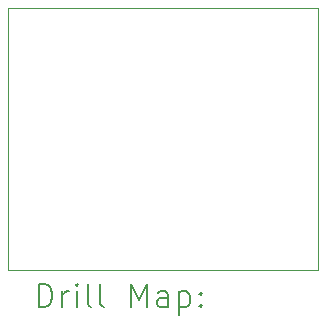
<source format=gbr>
%TF.GenerationSoftware,KiCad,Pcbnew,9.0.3*%
%TF.CreationDate,2025-11-22T12:30:59+05:30*%
%TF.ProjectId,multilayer trial,6d756c74-696c-4617-9965-722074726961,rev?*%
%TF.SameCoordinates,Original*%
%TF.FileFunction,Drillmap*%
%TF.FilePolarity,Positive*%
%FSLAX45Y45*%
G04 Gerber Fmt 4.5, Leading zero omitted, Abs format (unit mm)*
G04 Created by KiCad (PCBNEW 9.0.3) date 2025-11-22 12:30:59*
%MOMM*%
%LPD*%
G01*
G04 APERTURE LIST*
%ADD10C,0.050000*%
%ADD11C,0.200000*%
G04 APERTURE END LIST*
D10*
X10420000Y-7980000D02*
X13040000Y-7980000D01*
X13040000Y-10200000D01*
X10420000Y-10200000D01*
X10420000Y-7980000D01*
D11*
X10678277Y-10513984D02*
X10678277Y-10313984D01*
X10678277Y-10313984D02*
X10725896Y-10313984D01*
X10725896Y-10313984D02*
X10754467Y-10323508D01*
X10754467Y-10323508D02*
X10773515Y-10342555D01*
X10773515Y-10342555D02*
X10783039Y-10361603D01*
X10783039Y-10361603D02*
X10792563Y-10399698D01*
X10792563Y-10399698D02*
X10792563Y-10428270D01*
X10792563Y-10428270D02*
X10783039Y-10466365D01*
X10783039Y-10466365D02*
X10773515Y-10485412D01*
X10773515Y-10485412D02*
X10754467Y-10504460D01*
X10754467Y-10504460D02*
X10725896Y-10513984D01*
X10725896Y-10513984D02*
X10678277Y-10513984D01*
X10878277Y-10513984D02*
X10878277Y-10380650D01*
X10878277Y-10418746D02*
X10887801Y-10399698D01*
X10887801Y-10399698D02*
X10897324Y-10390174D01*
X10897324Y-10390174D02*
X10916372Y-10380650D01*
X10916372Y-10380650D02*
X10935420Y-10380650D01*
X11002086Y-10513984D02*
X11002086Y-10380650D01*
X11002086Y-10313984D02*
X10992563Y-10323508D01*
X10992563Y-10323508D02*
X11002086Y-10333031D01*
X11002086Y-10333031D02*
X11011610Y-10323508D01*
X11011610Y-10323508D02*
X11002086Y-10313984D01*
X11002086Y-10313984D02*
X11002086Y-10333031D01*
X11125896Y-10513984D02*
X11106848Y-10504460D01*
X11106848Y-10504460D02*
X11097324Y-10485412D01*
X11097324Y-10485412D02*
X11097324Y-10313984D01*
X11230658Y-10513984D02*
X11211610Y-10504460D01*
X11211610Y-10504460D02*
X11202086Y-10485412D01*
X11202086Y-10485412D02*
X11202086Y-10313984D01*
X11459229Y-10513984D02*
X11459229Y-10313984D01*
X11459229Y-10313984D02*
X11525896Y-10456841D01*
X11525896Y-10456841D02*
X11592562Y-10313984D01*
X11592562Y-10313984D02*
X11592562Y-10513984D01*
X11773515Y-10513984D02*
X11773515Y-10409222D01*
X11773515Y-10409222D02*
X11763991Y-10390174D01*
X11763991Y-10390174D02*
X11744943Y-10380650D01*
X11744943Y-10380650D02*
X11706848Y-10380650D01*
X11706848Y-10380650D02*
X11687801Y-10390174D01*
X11773515Y-10504460D02*
X11754467Y-10513984D01*
X11754467Y-10513984D02*
X11706848Y-10513984D01*
X11706848Y-10513984D02*
X11687801Y-10504460D01*
X11687801Y-10504460D02*
X11678277Y-10485412D01*
X11678277Y-10485412D02*
X11678277Y-10466365D01*
X11678277Y-10466365D02*
X11687801Y-10447317D01*
X11687801Y-10447317D02*
X11706848Y-10437793D01*
X11706848Y-10437793D02*
X11754467Y-10437793D01*
X11754467Y-10437793D02*
X11773515Y-10428270D01*
X11868753Y-10380650D02*
X11868753Y-10580650D01*
X11868753Y-10390174D02*
X11887801Y-10380650D01*
X11887801Y-10380650D02*
X11925896Y-10380650D01*
X11925896Y-10380650D02*
X11944943Y-10390174D01*
X11944943Y-10390174D02*
X11954467Y-10399698D01*
X11954467Y-10399698D02*
X11963991Y-10418746D01*
X11963991Y-10418746D02*
X11963991Y-10475889D01*
X11963991Y-10475889D02*
X11954467Y-10494936D01*
X11954467Y-10494936D02*
X11944943Y-10504460D01*
X11944943Y-10504460D02*
X11925896Y-10513984D01*
X11925896Y-10513984D02*
X11887801Y-10513984D01*
X11887801Y-10513984D02*
X11868753Y-10504460D01*
X12049705Y-10494936D02*
X12059229Y-10504460D01*
X12059229Y-10504460D02*
X12049705Y-10513984D01*
X12049705Y-10513984D02*
X12040182Y-10504460D01*
X12040182Y-10504460D02*
X12049705Y-10494936D01*
X12049705Y-10494936D02*
X12049705Y-10513984D01*
X12049705Y-10390174D02*
X12059229Y-10399698D01*
X12059229Y-10399698D02*
X12049705Y-10409222D01*
X12049705Y-10409222D02*
X12040182Y-10399698D01*
X12040182Y-10399698D02*
X12049705Y-10390174D01*
X12049705Y-10390174D02*
X12049705Y-10409222D01*
M02*

</source>
